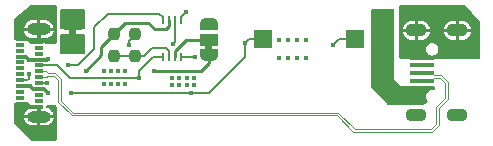
<source format=gbr>
%TF.GenerationSoftware,KiCad,Pcbnew,(6.0.0-rc1-461-ge5d6ec836f)*%
%TF.CreationDate,2022-01-23T00:53:45+08:00*%
%TF.ProjectId,usb_adapter,7573625f-6164-4617-9074-65722e6b6963,rev?*%
%TF.SameCoordinates,Original*%
%TF.FileFunction,Copper,L1,Top*%
%TF.FilePolarity,Positive*%
%FSLAX46Y46*%
G04 Gerber Fmt 4.6, Leading zero omitted, Abs format (unit mm)*
G04 Created by KiCad (PCBNEW (6.0.0-rc1-461-ge5d6ec836f)) date 2022-01-23 00:53:45*
%MOMM*%
%LPD*%
G01*
G04 APERTURE LIST*
G04 Aperture macros list*
%AMRoundRect*
0 Rectangle with rounded corners*
0 $1 Rounding radius*
0 $2 $3 $4 $5 $6 $7 $8 $9 X,Y pos of 4 corners*
0 Add a 4 corners polygon primitive as box body*
4,1,4,$2,$3,$4,$5,$6,$7,$8,$9,$2,$3,0*
0 Add four circle primitives for the rounded corners*
1,1,$1+$1,$2,$3*
1,1,$1+$1,$4,$5*
1,1,$1+$1,$6,$7*
1,1,$1+$1,$8,$9*
0 Add four rect primitives between the rounded corners*
20,1,$1+$1,$2,$3,$4,$5,0*
20,1,$1+$1,$4,$5,$6,$7,0*
20,1,$1+$1,$6,$7,$8,$9,0*
20,1,$1+$1,$8,$9,$2,$3,0*%
%AMFreePoly0*
4,1,22,0.550000,-0.750000,0.000000,-0.750000,0.000000,-0.745033,-0.079941,-0.743568,-0.215256,-0.701293,-0.333266,-0.622738,-0.424486,-0.514219,-0.481581,-0.384460,-0.499164,-0.250000,-0.500000,-0.250000,-0.500000,0.250000,-0.499164,0.250000,-0.499963,0.256109,-0.478152,0.396186,-0.417904,0.524511,-0.324060,0.630769,-0.204165,0.706417,-0.067858,0.745374,0.000000,0.744959,0.000000,0.750000,
0.550000,0.750000,0.550000,-0.750000,0.550000,-0.750000,$1*%
%AMFreePoly1*
4,1,20,0.000000,0.744959,0.073905,0.744508,0.209726,0.703889,0.328688,0.626782,0.421226,0.519385,0.479903,0.390333,0.500000,0.250000,0.500000,-0.250000,0.499851,-0.262216,0.476331,-0.402017,0.414519,-0.529596,0.319384,-0.634700,0.198574,-0.708877,0.061801,-0.746166,0.000000,-0.745033,0.000000,-0.750000,-0.550000,-0.750000,-0.550000,0.750000,0.000000,0.750000,0.000000,0.744959,
0.000000,0.744959,$1*%
%AMFreePoly2*
4,1,22,0.500000,-0.750000,0.000000,-0.750000,0.000000,-0.745033,-0.079941,-0.743568,-0.215256,-0.701293,-0.333266,-0.622738,-0.424486,-0.514219,-0.481581,-0.384460,-0.499164,-0.250000,-0.500000,-0.250000,-0.500000,0.250000,-0.499164,0.250000,-0.499963,0.256109,-0.478152,0.396186,-0.417904,0.524511,-0.324060,0.630769,-0.204165,0.706417,-0.067858,0.745374,0.000000,0.744959,0.000000,0.750000,
0.500000,0.750000,0.500000,-0.750000,0.500000,-0.750000,$1*%
%AMFreePoly3*
4,1,20,0.000000,0.744959,0.073905,0.744508,0.209726,0.703889,0.328688,0.626782,0.421226,0.519385,0.479903,0.390333,0.500000,0.250000,0.500000,-0.250000,0.499851,-0.262216,0.476331,-0.402017,0.414519,-0.529596,0.319384,-0.634700,0.198574,-0.708877,0.061801,-0.746166,0.000000,-0.745033,0.000000,-0.750000,-0.500000,-0.750000,-0.500000,0.750000,0.000000,0.750000,0.000000,0.744959,
0.000000,0.744959,$1*%
G04 Aperture macros list end*
%TA.AperFunction,SMDPad,CuDef*%
%ADD10R,1.500000X1.500000*%
%TD*%
%TA.AperFunction,SMDPad,CuDef*%
%ADD11FreePoly0,90.000000*%
%TD*%
%TA.AperFunction,SMDPad,CuDef*%
%ADD12R,1.500000X1.000000*%
%TD*%
%TA.AperFunction,SMDPad,CuDef*%
%ADD13FreePoly1,90.000000*%
%TD*%
%TA.AperFunction,SMDPad,CuDef*%
%ADD14RoundRect,0.237500X-0.237500X0.250000X-0.237500X-0.250000X0.237500X-0.250000X0.237500X0.250000X0*%
%TD*%
%TA.AperFunction,SMDPad,CuDef*%
%ADD15RoundRect,0.237500X0.237500X-0.250000X0.237500X0.250000X-0.237500X0.250000X-0.237500X-0.250000X0*%
%TD*%
%TA.AperFunction,SMDPad,CuDef*%
%ADD16R,0.800000X0.300000*%
%TD*%
%TA.AperFunction,ComponentPad*%
%ADD17O,2.000000X1.000000*%
%TD*%
%TA.AperFunction,SMDPad,CuDef*%
%ADD18R,0.250000X0.750000*%
%TD*%
%TA.AperFunction,SMDPad,CuDef*%
%ADD19FreePoly2,90.000000*%
%TD*%
%TA.AperFunction,SMDPad,CuDef*%
%ADD20FreePoly3,90.000000*%
%TD*%
%TA.AperFunction,SMDPad,CuDef*%
%ADD21R,2.150000X0.400000*%
%TD*%
%TA.AperFunction,ComponentPad*%
%ADD22O,1.800000X1.100000*%
%TD*%
%TA.AperFunction,ViaPad*%
%ADD23C,0.450000*%
%TD*%
%TA.AperFunction,Conductor*%
%ADD24C,0.146812*%
%TD*%
%TA.AperFunction,Conductor*%
%ADD25C,0.300000*%
%TD*%
%TA.AperFunction,Conductor*%
%ADD26C,0.250000*%
%TD*%
%TA.AperFunction,Conductor*%
%ADD27C,0.117348*%
%TD*%
G04 APERTURE END LIST*
%TO.C,JP3*%
G36*
X116100000Y-90600000D02*
G01*
X115500000Y-90600000D01*
X115500000Y-90100000D01*
X116100000Y-90100000D01*
X116100000Y-90600000D01*
G37*
%TO.C,JP1*%
G36*
X104550000Y-89275000D02*
G01*
X103950000Y-89275000D01*
X103950000Y-88775000D01*
X104550000Y-88775000D01*
X104550000Y-89275000D01*
G37*
%TD*%
D10*
%TO.P,SW1,1,1*%
%TO.N,/CC*%
X120350000Y-89600000D03*
%TO.P,SW1,2,2*%
%TO.N,GND*%
X128150000Y-89600000D03*
%TD*%
D11*
%TO.P,JP3,1,A*%
%TO.N,+3V3*%
X115800000Y-91000000D03*
D12*
%TO.P,JP3,2,C*%
%TO.N,Net-(JP3-Pad2)*%
X115800000Y-89700000D03*
D13*
%TO.P,JP3,3,B*%
%TO.N,/VBUS*%
X115800000Y-88400000D03*
%TD*%
D14*
%TO.P,R2,1*%
%TO.N,+1V8*%
X107742500Y-89237500D03*
%TO.P,R2,2*%
%TO.N,Net-(R1-Pad1)*%
X107742500Y-91062500D03*
%TD*%
D15*
%TO.P,R1,1*%
%TO.N,Net-(R1-Pad1)*%
X109550000Y-91062500D03*
%TO.P,R1,2*%
%TO.N,GND*%
X109550000Y-89237500D03*
%TD*%
D16*
%TO.P,P1,A1,GND*%
%TO.N,GND*%
X101395000Y-95370000D03*
%TO.P,P1,A2,TX1+*%
%TO.N,unconnected-(P1-PadA2)*%
X101395000Y-94870000D03*
%TO.P,P1,A3,TX1-*%
%TO.N,unconnected-(P1-PadA3)*%
X101395000Y-94370000D03*
%TO.P,P1,A4,VBUS*%
%TO.N,Net-(JP1-Pad1)*%
X101395000Y-93870000D03*
%TO.P,P1,A5,CC*%
%TO.N,/CC*%
X101395000Y-93370000D03*
%TO.P,P1,A6,D+*%
%TO.N,/DP*%
X101395000Y-92870000D03*
%TO.P,P1,A7,D-*%
%TO.N,/DN*%
X101395000Y-92370000D03*
%TO.P,P1,A8,SBU1*%
%TO.N,/TX_1V8*%
X101395000Y-91870000D03*
%TO.P,P1,A9,VBUS*%
%TO.N,Net-(JP1-Pad1)*%
X101395000Y-91370000D03*
%TO.P,P1,A10,RX2-*%
%TO.N,unconnected-(P1-PadA10)*%
X101395000Y-90870000D03*
%TO.P,P1,A11,RX2+*%
%TO.N,unconnected-(P1-PadA11)*%
X101395000Y-90370000D03*
%TO.P,P1,A12,GND*%
%TO.N,GND*%
X101395000Y-89870000D03*
%TO.P,P1,B1,GND*%
X99795000Y-89620000D03*
%TO.P,P1,B2,TX2+*%
%TO.N,unconnected-(P1-PadB2)*%
X99795000Y-90120000D03*
%TO.P,P1,B3,TX2-*%
%TO.N,unconnected-(P1-PadB3)*%
X99795000Y-90620000D03*
%TO.P,P1,B4,VBUS*%
%TO.N,Net-(JP1-Pad1)*%
X99795000Y-91120000D03*
%TO.P,P1,B5,VCONN*%
%TO.N,unconnected-(P1-PadB5)*%
X99795000Y-91620000D03*
%TO.P,P1,B6*%
%TO.N,N/C*%
X99795000Y-92120000D03*
%TO.P,P1,B7*%
X99795000Y-92620000D03*
%TO.P,P1,B8,SBU2*%
%TO.N,/RX_1V8*%
X99795000Y-93120000D03*
%TO.P,P1,B9,VBUS*%
%TO.N,Net-(JP1-Pad1)*%
X99795000Y-93620000D03*
%TO.P,P1,B10,RX1-*%
%TO.N,unconnected-(P1-PadB10)*%
X99795000Y-94120000D03*
%TO.P,P1,B11,RX1+*%
%TO.N,unconnected-(P1-PadB11)*%
X99795000Y-94620000D03*
%TO.P,P1,B12,GND*%
%TO.N,GND*%
X99795000Y-95120000D03*
D17*
%TO.P,P1,S1,SHIELD*%
X101395000Y-88800000D03*
X101395000Y-96200000D03*
%TD*%
D18*
%TO.P,U3,1,B2*%
%TO.N,/RX_3V3*%
X113407500Y-88050000D03*
%TO.P,U3,2,GND*%
%TO.N,GND*%
X112907500Y-88050000D03*
%TO.P,U3,3,VCCA*%
%TO.N,+1V8*%
X112407500Y-88050000D03*
%TO.P,U3,4,A2*%
%TO.N,/RX_1V8*%
X111907500Y-88050000D03*
%TO.P,U3,5,A1*%
%TO.N,/TX_1V8*%
X111907500Y-91150000D03*
%TO.P,U3,6,OE*%
%TO.N,Net-(R1-Pad1)*%
X112407500Y-91150000D03*
%TO.P,U3,7,VCCB*%
%TO.N,Net-(JP3-Pad2)*%
X112907500Y-91150000D03*
%TO.P,U3,8,B1*%
%TO.N,/TX_3V3*%
X113407500Y-91150000D03*
%TD*%
D19*
%TO.P,JP1,1,A*%
%TO.N,Net-(JP1-Pad1)*%
X104250000Y-89675000D03*
D20*
%TO.P,JP1,2,B*%
%TO.N,/VBUS*%
X104250000Y-88375000D03*
%TD*%
D21*
%TO.P,J2,1,VBUS*%
%TO.N,/VBUS*%
X133805000Y-93805000D03*
%TO.P,J2,2,D-*%
%TO.N,/DN*%
X133805000Y-93155000D03*
%TO.P,J2,3,D+*%
%TO.N,/DP*%
X133805000Y-92505000D03*
%TO.P,J2,4,ID*%
%TO.N,unconnected-(J2-Pad4)*%
X133805000Y-91855000D03*
%TO.P,J2,5,GND*%
%TO.N,GND*%
X133805000Y-91205000D03*
D22*
%TO.P,J2,6,Shield*%
X136840000Y-88905000D03*
X133370000Y-88905000D03*
X136840000Y-96105000D03*
X133370000Y-96105000D03*
%TD*%
D23*
%TO.N,/VBUS*%
X116300000Y-88600000D03*
X129850000Y-88100000D03*
X103500000Y-87500000D03*
X115300000Y-88600000D03*
X131100000Y-88700000D03*
X130450000Y-88700000D03*
X131100000Y-87450000D03*
X129850000Y-88700000D03*
X104250000Y-88500000D03*
X104750000Y-88500000D03*
X129850000Y-87450000D03*
X115800000Y-88600000D03*
X103750000Y-88500000D03*
X131100000Y-88100000D03*
X105000000Y-87500000D03*
X130450000Y-87450000D03*
X130450000Y-88100000D03*
X104000000Y-87500000D03*
X104500000Y-87500000D03*
%TO.N,GND*%
X132950000Y-87500000D03*
X133550000Y-87500000D03*
X109000000Y-90112500D03*
X107500000Y-93400000D03*
X121750000Y-89750000D03*
X114500000Y-93500000D03*
X132350000Y-87500000D03*
X113900000Y-93500000D03*
X112750000Y-90050000D03*
X138100000Y-90100000D03*
X126300000Y-90100000D03*
X113300000Y-92900000D03*
X108100000Y-92300000D03*
X123250000Y-91250000D03*
X106900000Y-93400000D03*
X135800000Y-90100000D03*
X113900000Y-92900000D03*
X108700000Y-92300000D03*
X108100000Y-93400000D03*
X122500000Y-89750000D03*
X114500000Y-92900000D03*
X108700000Y-93400000D03*
X137350000Y-90900000D03*
X123250000Y-89750000D03*
X136550000Y-90100000D03*
X106900000Y-92300000D03*
X135800000Y-90900000D03*
X113300000Y-93500000D03*
X133550000Y-90300000D03*
X124000000Y-89750000D03*
X112700000Y-92900000D03*
X132350000Y-90300000D03*
X121750000Y-91250000D03*
X122500000Y-91250000D03*
X132950000Y-90300000D03*
X138100000Y-90900000D03*
X137350000Y-90100000D03*
X136550000Y-90900000D03*
X112700000Y-93500000D03*
X124000000Y-91250000D03*
X107500000Y-92300000D03*
%TO.N,+1V8*%
X105400000Y-92350000D03*
%TO.N,+3V3*%
X111137500Y-92350000D03*
%TO.N,/TX_1V8*%
X109900000Y-92900000D03*
%TO.N,/RX_1V8*%
X100550000Y-92630000D03*
X103900000Y-91850000D03*
%TO.N,/TX_3V3*%
X114620000Y-91150000D03*
%TO.N,/RX_3V3*%
X113880000Y-87340000D03*
%TO.N,/CC*%
X104100000Y-94200000D03*
X114300000Y-94200000D03*
X102090000Y-93370000D03*
X118825000Y-89960000D03*
%TO.N,Net-(JP1-Pad1)*%
X102200000Y-94200000D03*
X104000000Y-90575000D03*
X102200000Y-91300000D03*
X104000000Y-89550000D03*
X100570000Y-91370000D03*
X103475000Y-89550000D03*
X103475000Y-90075000D03*
X104000000Y-90075000D03*
X103475000Y-90575000D03*
X100620000Y-93620000D03*
%TD*%
D24*
%TO.N,Net-(R1-Pad1)*%
X109550000Y-91062500D02*
X110297500Y-91062500D01*
X110297500Y-91062500D02*
X110960000Y-90400000D01*
X110960000Y-90400000D02*
X112130000Y-90400000D01*
X112130000Y-90400000D02*
X112407500Y-90677500D01*
X112407500Y-90677500D02*
X112407500Y-91150000D01*
D25*
%TO.N,GND*%
X99795000Y-95120000D02*
X100420000Y-95120000D01*
X101395000Y-89870000D02*
X101395000Y-88800000D01*
X101395000Y-95370000D02*
X101395000Y-96200000D01*
X100770000Y-89870000D02*
X100520000Y-89620000D01*
X100420000Y-95120000D02*
X100670000Y-95370000D01*
D24*
X112907500Y-89892500D02*
X112907500Y-88050000D01*
D25*
X100520000Y-89620000D02*
X99795000Y-89620000D01*
D24*
X126800000Y-89600000D02*
X126300000Y-90100000D01*
X128150000Y-89600000D02*
X126800000Y-89600000D01*
X109000000Y-89787500D02*
X109000000Y-90112500D01*
D25*
X101395000Y-89870000D02*
X100770000Y-89870000D01*
X100670000Y-95370000D02*
X101395000Y-95370000D01*
D24*
X112750000Y-90050000D02*
X112907500Y-89892500D01*
X109550000Y-89237500D02*
X109000000Y-89787500D01*
D26*
%TO.N,+1V8*%
X105400000Y-92350000D02*
X105400000Y-92300000D01*
X106700000Y-90280000D02*
X107742500Y-89237500D01*
X107742500Y-89207500D02*
X108700000Y-88250000D01*
X105400000Y-92300000D02*
X106700000Y-91000000D01*
X106700000Y-91000000D02*
X106700000Y-90280000D01*
X108700000Y-88250000D02*
X110650000Y-88250000D01*
X112407500Y-88542500D02*
X112407500Y-88050000D01*
X112150000Y-88800000D02*
X112407500Y-88542500D01*
X111200000Y-88800000D02*
X112150000Y-88800000D01*
X110650000Y-88250000D02*
X111200000Y-88800000D01*
%TO.N,+3V3*%
X115800000Y-91700000D02*
X115150000Y-92350000D01*
X115150000Y-92350000D02*
X111137500Y-92350000D01*
X115800000Y-91000000D02*
X115800000Y-91700000D01*
D27*
%TO.N,/DP*%
X136009474Y-94745346D02*
X135259474Y-95495346D01*
X134895526Y-92720526D02*
X135475346Y-92720526D01*
X135259474Y-96945346D02*
X134695346Y-97509474D01*
X135475346Y-92720526D02*
X136009474Y-93254654D01*
X128034654Y-97509474D02*
X126604654Y-96079474D01*
X101995001Y-92870000D02*
X101395000Y-92870000D01*
X102135527Y-92729474D02*
X101995001Y-92870000D01*
X136009474Y-93254654D02*
X136009474Y-94745346D01*
X135259474Y-95495346D02*
X135259474Y-96945346D01*
X103060526Y-94935346D02*
X103060526Y-93125346D01*
X104204654Y-96079474D02*
X103060526Y-94935346D01*
X134680000Y-92505000D02*
X134895526Y-92720526D01*
X126604654Y-96079474D02*
X104204654Y-96079474D01*
X134695346Y-97509474D02*
X128034654Y-97509474D01*
X103060526Y-93125346D02*
X102664654Y-92729474D01*
X102664654Y-92729474D02*
X102135527Y-92729474D01*
%TO.N,/DN*%
X135790526Y-94654654D02*
X135040526Y-95404654D01*
X134680000Y-93155000D02*
X134895526Y-92939474D01*
X135040526Y-96854654D02*
X134604654Y-97290526D01*
X135040526Y-95404654D02*
X135040526Y-96854654D01*
X135790526Y-93345346D02*
X135790526Y-94654654D01*
X134895526Y-92939474D02*
X135384654Y-92939474D01*
X102755346Y-92510526D02*
X102135527Y-92510526D01*
X126695346Y-95860526D02*
X104295346Y-95860526D01*
X128125346Y-97290526D02*
X126695346Y-95860526D01*
X134604654Y-97290526D02*
X128125346Y-97290526D01*
X135384654Y-92939474D02*
X135790526Y-93345346D01*
X102135527Y-92510526D02*
X101995001Y-92370000D01*
X101995001Y-92370000D02*
X101395000Y-92370000D01*
X103279474Y-93034654D02*
X102755346Y-92510526D01*
X104295346Y-95860526D02*
X103279474Y-94844654D01*
X103279474Y-94844654D02*
X103279474Y-93034654D01*
D24*
%TO.N,/TX_1V8*%
X102970000Y-91870000D02*
X101395000Y-91870000D01*
X111050000Y-91150000D02*
X111907500Y-91150000D01*
X109900000Y-92900000D02*
X109900000Y-92300000D01*
X109900000Y-92300000D02*
X111050000Y-91150000D01*
X109900000Y-92900000D02*
X104000000Y-92900000D01*
X104000000Y-92900000D02*
X102970000Y-91870000D01*
%TO.N,/RX_1V8*%
X100550000Y-92630000D02*
X100550000Y-92990000D01*
X111600000Y-87500000D02*
X111907500Y-87807500D01*
X107250000Y-87500000D02*
X111600000Y-87500000D01*
X100420000Y-93120000D02*
X99795000Y-93120000D01*
X106100000Y-88650000D02*
X107250000Y-87500000D01*
X100550000Y-92990000D02*
X100420000Y-93120000D01*
X103900000Y-91850000D02*
X104700000Y-91850000D01*
X104700000Y-91850000D02*
X106100000Y-90450000D01*
X106100000Y-90450000D02*
X106100000Y-88650000D01*
%TO.N,/TX_3V3*%
X114620000Y-91150000D02*
X113407500Y-91150000D01*
%TO.N,/RX_3V3*%
X113870000Y-87340000D02*
X113407500Y-87802500D01*
X113880000Y-87340000D02*
X113870000Y-87340000D01*
D26*
%TO.N,Net-(JP3-Pad2)*%
X115857500Y-89700000D02*
X113850000Y-89700000D01*
X112907500Y-90642500D02*
X112907500Y-91150000D01*
X113850000Y-89700000D02*
X112907500Y-90642500D01*
D24*
%TO.N,Net-(R1-Pad1)*%
X107742500Y-91062500D02*
X109550000Y-91062500D01*
%TO.N,/CC*%
X119185000Y-89600000D02*
X118825000Y-89960000D01*
X104100000Y-94200000D02*
X114300000Y-94200000D01*
X102090000Y-93370000D02*
X101395000Y-93370000D01*
X120350000Y-89600000D02*
X119185000Y-89600000D01*
X118825000Y-91195000D02*
X118825000Y-89960000D01*
X114300000Y-94200000D02*
X115820000Y-94200000D01*
X115820000Y-94200000D02*
X118825000Y-91195000D01*
D25*
%TO.N,Net-(JP1-Pad1)*%
X102130000Y-91370000D02*
X102200000Y-91300000D01*
X100870000Y-93870000D02*
X101395000Y-93870000D01*
X100620000Y-93620000D02*
X100870000Y-93870000D01*
X100570000Y-91370000D02*
X101395000Y-91370000D01*
X102200000Y-94200000D02*
X101870000Y-93870000D01*
X99795000Y-93620000D02*
X100620000Y-93620000D01*
X101395000Y-91370000D02*
X102130000Y-91370000D01*
X100320000Y-91120000D02*
X100570000Y-91370000D01*
X99795000Y-91120000D02*
X100320000Y-91120000D01*
X101870000Y-93870000D02*
X101395000Y-93870000D01*
%TD*%
%TA.AperFunction,Conductor*%
%TO.N,GND*%
G36*
X102842132Y-86774002D02*
G01*
X102888625Y-86827658D01*
X102900011Y-86879989D01*
X102900273Y-89898986D01*
X102880277Y-89967109D01*
X102826625Y-90013606D01*
X102774273Y-90024997D01*
X101999469Y-90024998D01*
X101929468Y-90003763D01*
X101904623Y-89987162D01*
X101904619Y-89987160D01*
X101894301Y-89980266D01*
X101820067Y-89965500D01*
X101395069Y-89965500D01*
X100969934Y-89965501D01*
X100895699Y-89980266D01*
X100885379Y-89987161D01*
X100885378Y-89987162D01*
X100860531Y-90003764D01*
X100790528Y-90025000D01*
X100752190Y-90025000D01*
X100684069Y-90004998D01*
X100663095Y-89988095D01*
X100450000Y-89775000D01*
X100399472Y-89775000D01*
X100329469Y-89753764D01*
X100304621Y-89737161D01*
X100304618Y-89737160D01*
X100294301Y-89730266D01*
X100282132Y-89727845D01*
X100282131Y-89727845D01*
X100226135Y-89716707D01*
X100220067Y-89715500D01*
X99896448Y-89715500D01*
X99380000Y-89715501D01*
X99311879Y-89695499D01*
X99265386Y-89641843D01*
X99254000Y-89589501D01*
X99254000Y-88945722D01*
X100154963Y-88945722D01*
X100165513Y-89007119D01*
X100169619Y-89021070D01*
X100232729Y-89169387D01*
X100239929Y-89182012D01*
X100335467Y-89311833D01*
X100345381Y-89322464D01*
X100468225Y-89426828D01*
X100480313Y-89434890D01*
X100623871Y-89508195D01*
X100637496Y-89513262D01*
X100795716Y-89551977D01*
X100806775Y-89553660D01*
X100810321Y-89553880D01*
X100814199Y-89554000D01*
X101249885Y-89554000D01*
X101265124Y-89549525D01*
X101266329Y-89548135D01*
X101268000Y-89540452D01*
X101268000Y-89535885D01*
X101522000Y-89535885D01*
X101526475Y-89551124D01*
X101527865Y-89552329D01*
X101535548Y-89554000D01*
X101935363Y-89554000D01*
X101942667Y-89553575D01*
X102062366Y-89539620D01*
X102076519Y-89536275D01*
X102228030Y-89481279D01*
X102241029Y-89474769D01*
X102375826Y-89386392D01*
X102386978Y-89377068D01*
X102497828Y-89260053D01*
X102506540Y-89248408D01*
X102587494Y-89109035D01*
X102593292Y-89095700D01*
X102640014Y-88941433D01*
X102640292Y-88939887D01*
X102637982Y-88929730D01*
X102627073Y-88927000D01*
X101540115Y-88927000D01*
X101524876Y-88931475D01*
X101523671Y-88932865D01*
X101522000Y-88940548D01*
X101522000Y-89535885D01*
X101268000Y-89535885D01*
X101268000Y-88945115D01*
X101263525Y-88929876D01*
X101262135Y-88928671D01*
X101254452Y-88927000D01*
X100169861Y-88927000D01*
X100156899Y-88930806D01*
X100154963Y-88945722D01*
X99254000Y-88945722D01*
X99254000Y-88660113D01*
X100149708Y-88660113D01*
X100152018Y-88670270D01*
X100162927Y-88673000D01*
X101249885Y-88673000D01*
X101265124Y-88668525D01*
X101266329Y-88667135D01*
X101268000Y-88659452D01*
X101268000Y-88654885D01*
X101522000Y-88654885D01*
X101526475Y-88670124D01*
X101527865Y-88671329D01*
X101535548Y-88673000D01*
X102620139Y-88673000D01*
X102633101Y-88669194D01*
X102635037Y-88654278D01*
X102624487Y-88592881D01*
X102620381Y-88578930D01*
X102557271Y-88430613D01*
X102550071Y-88417988D01*
X102454533Y-88288167D01*
X102444619Y-88277536D01*
X102321775Y-88173172D01*
X102309687Y-88165110D01*
X102166129Y-88091805D01*
X102152504Y-88086738D01*
X101994284Y-88048023D01*
X101983225Y-88046340D01*
X101979679Y-88046120D01*
X101975801Y-88046000D01*
X101540115Y-88046000D01*
X101524876Y-88050475D01*
X101523671Y-88051865D01*
X101522000Y-88059548D01*
X101522000Y-88654885D01*
X101268000Y-88654885D01*
X101268000Y-88064115D01*
X101263525Y-88048876D01*
X101262135Y-88047671D01*
X101254452Y-88046000D01*
X100854637Y-88046000D01*
X100847333Y-88046425D01*
X100727634Y-88060380D01*
X100713481Y-88063725D01*
X100561970Y-88118721D01*
X100548971Y-88125231D01*
X100414174Y-88213608D01*
X100403022Y-88222932D01*
X100292172Y-88339947D01*
X100283460Y-88351592D01*
X100202506Y-88490965D01*
X100196708Y-88504300D01*
X100149986Y-88658567D01*
X100149708Y-88660113D01*
X99254000Y-88660113D01*
X99254000Y-88055682D01*
X99274002Y-87987561D01*
X99299337Y-87958886D01*
X100710155Y-86783204D01*
X100775292Y-86754960D01*
X100790818Y-86754000D01*
X102774011Y-86754000D01*
X102842132Y-86774002D01*
G37*
%TD.AperFunction*%
%TD*%
%TA.AperFunction,Conductor*%
%TO.N,Net-(JP1-Pad1)*%
G36*
X105242121Y-89220002D02*
G01*
X105288614Y-89273658D01*
X105300000Y-89326000D01*
X105300000Y-90734081D01*
X105279998Y-90802202D01*
X105263095Y-90823176D01*
X105223176Y-90863095D01*
X105160864Y-90897121D01*
X105134081Y-90900000D01*
X103326000Y-90900000D01*
X103257879Y-90879998D01*
X103211386Y-90826342D01*
X103200000Y-90774000D01*
X103200000Y-89326000D01*
X103220002Y-89257879D01*
X103273658Y-89211386D01*
X103326000Y-89200000D01*
X105174000Y-89200000D01*
X105242121Y-89220002D01*
G37*
%TD.AperFunction*%
%TD*%
%TA.AperFunction,Conductor*%
%TO.N,/VBUS*%
G36*
X105242121Y-87120002D02*
G01*
X105288614Y-87173658D01*
X105300000Y-87226000D01*
X105300000Y-88674000D01*
X105279998Y-88742121D01*
X105226342Y-88788614D01*
X105174000Y-88800000D01*
X103326000Y-88800000D01*
X103257879Y-88779998D01*
X103211386Y-88726342D01*
X103200000Y-88674000D01*
X103200000Y-87226000D01*
X103220002Y-87157879D01*
X103273658Y-87111386D01*
X103326000Y-87100000D01*
X105174000Y-87100000D01*
X105242121Y-87120002D01*
G37*
%TD.AperFunction*%
%TD*%
%TA.AperFunction,Conductor*%
%TO.N,GND*%
G36*
X100490972Y-94995002D02*
G01*
X100511895Y-95011853D01*
X100523346Y-95023291D01*
X100725287Y-95225000D01*
X100735948Y-95225000D01*
X100745645Y-95230288D01*
X100795875Y-95280462D01*
X100811006Y-95349827D01*
X100786233Y-95416362D01*
X100729422Y-95458941D01*
X100714300Y-95463532D01*
X100713482Y-95463725D01*
X100561970Y-95518721D01*
X100548971Y-95525231D01*
X100414174Y-95613608D01*
X100403022Y-95622932D01*
X100292172Y-95739947D01*
X100283460Y-95751592D01*
X100202506Y-95890965D01*
X100196708Y-95904300D01*
X100149986Y-96058567D01*
X100149708Y-96060113D01*
X100152018Y-96070270D01*
X100162927Y-96073000D01*
X102620139Y-96073000D01*
X102633101Y-96069194D01*
X102635037Y-96054278D01*
X102624487Y-95992881D01*
X102620381Y-95978930D01*
X102557271Y-95830613D01*
X102550071Y-95817988D01*
X102454533Y-95688167D01*
X102444619Y-95677536D01*
X102321775Y-95573172D01*
X102309687Y-95565110D01*
X102166129Y-95491805D01*
X102152504Y-95486738D01*
X102097949Y-95473389D01*
X102036534Y-95437769D01*
X102004127Y-95374600D01*
X102011016Y-95303939D01*
X102055013Y-95248219D01*
X102127897Y-95225000D01*
X102774000Y-95225000D01*
X102842121Y-95245002D01*
X102888614Y-95298658D01*
X102900000Y-95351000D01*
X102900000Y-98120000D01*
X102879998Y-98188121D01*
X102826342Y-98234614D01*
X102774000Y-98246000D01*
X100798190Y-98246000D01*
X100730069Y-98225998D01*
X100709095Y-98209095D01*
X99290905Y-96790905D01*
X99256879Y-96728593D01*
X99254000Y-96701810D01*
X99254000Y-96345722D01*
X100154963Y-96345722D01*
X100165513Y-96407119D01*
X100169619Y-96421070D01*
X100232729Y-96569387D01*
X100239929Y-96582012D01*
X100335467Y-96711833D01*
X100345381Y-96722464D01*
X100468225Y-96826828D01*
X100480313Y-96834890D01*
X100623871Y-96908195D01*
X100637496Y-96913262D01*
X100795716Y-96951977D01*
X100806775Y-96953660D01*
X100810321Y-96953880D01*
X100814199Y-96954000D01*
X101249885Y-96954000D01*
X101265124Y-96949525D01*
X101266329Y-96948135D01*
X101268000Y-96940452D01*
X101268000Y-96935885D01*
X101522000Y-96935885D01*
X101526475Y-96951124D01*
X101527865Y-96952329D01*
X101535548Y-96954000D01*
X101935363Y-96954000D01*
X101942667Y-96953575D01*
X102062366Y-96939620D01*
X102076519Y-96936275D01*
X102228030Y-96881279D01*
X102241029Y-96874769D01*
X102375826Y-96786392D01*
X102386978Y-96777068D01*
X102497828Y-96660053D01*
X102506540Y-96648408D01*
X102587494Y-96509035D01*
X102593292Y-96495700D01*
X102640014Y-96341433D01*
X102640292Y-96339887D01*
X102637982Y-96329730D01*
X102627073Y-96327000D01*
X101540115Y-96327000D01*
X101524876Y-96331475D01*
X101523671Y-96332865D01*
X101522000Y-96340548D01*
X101522000Y-96935885D01*
X101268000Y-96935885D01*
X101268000Y-96345115D01*
X101263525Y-96329876D01*
X101262135Y-96328671D01*
X101254452Y-96327000D01*
X100169861Y-96327000D01*
X100156899Y-96330806D01*
X100154963Y-96345722D01*
X99254000Y-96345722D01*
X99254000Y-95150500D01*
X99274002Y-95082379D01*
X99327658Y-95035886D01*
X99380000Y-95024500D01*
X99896403Y-95024499D01*
X100220066Y-95024499D01*
X100255818Y-95017388D01*
X100282126Y-95012156D01*
X100282128Y-95012155D01*
X100294301Y-95009734D01*
X100314504Y-94996235D01*
X100384505Y-94975000D01*
X100422851Y-94975000D01*
X100490972Y-94995002D01*
G37*
%TD.AperFunction*%
%TD*%
%TA.AperFunction,Conductor*%
%TO.N,GND*%
G36*
X137440605Y-86774002D02*
G01*
X137466139Y-86795710D01*
X138713655Y-88181839D01*
X138744358Y-88245854D01*
X138746000Y-88266129D01*
X138746000Y-91199850D01*
X138725998Y-91267971D01*
X138672342Y-91314464D01*
X138619892Y-91325850D01*
X133205381Y-91321115D01*
X132055890Y-91320110D01*
X131987787Y-91300048D01*
X131941341Y-91246352D01*
X131930000Y-91194110D01*
X131930000Y-90505000D01*
X134155931Y-90505000D01*
X134174129Y-90643227D01*
X134227483Y-90772034D01*
X134312356Y-90882644D01*
X134422965Y-90967517D01*
X134551773Y-91020871D01*
X134690000Y-91039069D01*
X134698188Y-91037991D01*
X134820039Y-91021949D01*
X134828227Y-91020871D01*
X134957035Y-90967517D01*
X135067644Y-90882644D01*
X135152517Y-90772034D01*
X135205871Y-90643227D01*
X135224069Y-90505000D01*
X135205871Y-90366773D01*
X135152517Y-90237966D01*
X135067644Y-90127356D01*
X134957035Y-90042483D01*
X134828227Y-89989129D01*
X134690000Y-89970931D01*
X134551773Y-89989129D01*
X134422966Y-90042483D01*
X134312356Y-90127356D01*
X134227483Y-90237966D01*
X134174129Y-90366773D01*
X134155931Y-90505000D01*
X131930000Y-90505000D01*
X131930000Y-89048798D01*
X132226640Y-89048798D01*
X132229051Y-89071735D01*
X132232056Y-89085406D01*
X132285646Y-89242825D01*
X132291607Y-89255491D01*
X132378740Y-89397124D01*
X132387360Y-89408158D01*
X132503701Y-89526961D01*
X132514560Y-89535818D01*
X132654324Y-89625889D01*
X132666877Y-89632121D01*
X132823127Y-89688991D01*
X132836742Y-89692284D01*
X132965130Y-89708503D01*
X132973020Y-89709000D01*
X133224885Y-89709000D01*
X133240124Y-89704525D01*
X133241329Y-89703135D01*
X133243000Y-89695452D01*
X133243000Y-89690885D01*
X133497000Y-89690885D01*
X133501475Y-89706124D01*
X133502865Y-89707329D01*
X133510548Y-89709000D01*
X133761828Y-89709000D01*
X133768852Y-89708607D01*
X133892253Y-89694766D01*
X133905906Y-89691664D01*
X134062938Y-89636979D01*
X134075571Y-89630926D01*
X134216589Y-89542809D01*
X134227561Y-89534112D01*
X134345555Y-89416940D01*
X134354327Y-89406029D01*
X134443425Y-89265634D01*
X134449568Y-89253038D01*
X134505348Y-89096391D01*
X134508544Y-89082765D01*
X134512452Y-89049989D01*
X134512251Y-89048798D01*
X135696640Y-89048798D01*
X135699051Y-89071735D01*
X135702056Y-89085406D01*
X135755646Y-89242825D01*
X135761607Y-89255491D01*
X135848740Y-89397124D01*
X135857360Y-89408158D01*
X135973701Y-89526961D01*
X135984560Y-89535818D01*
X136124324Y-89625889D01*
X136136877Y-89632121D01*
X136293127Y-89688991D01*
X136306742Y-89692284D01*
X136435130Y-89708503D01*
X136443020Y-89709000D01*
X136694885Y-89709000D01*
X136710124Y-89704525D01*
X136711329Y-89703135D01*
X136713000Y-89695452D01*
X136713000Y-89690885D01*
X136967000Y-89690885D01*
X136971475Y-89706124D01*
X136972865Y-89707329D01*
X136980548Y-89709000D01*
X137231828Y-89709000D01*
X137238852Y-89708607D01*
X137362253Y-89694766D01*
X137375906Y-89691664D01*
X137532938Y-89636979D01*
X137545571Y-89630926D01*
X137686589Y-89542809D01*
X137697561Y-89534112D01*
X137815555Y-89416940D01*
X137824327Y-89406029D01*
X137913425Y-89265634D01*
X137919568Y-89253038D01*
X137975348Y-89096391D01*
X137978544Y-89082765D01*
X137982452Y-89049989D01*
X137980025Y-89035582D01*
X137967257Y-89032000D01*
X136985115Y-89032000D01*
X136969876Y-89036475D01*
X136968671Y-89037865D01*
X136967000Y-89045548D01*
X136967000Y-89690885D01*
X136713000Y-89690885D01*
X136713000Y-89050115D01*
X136708525Y-89034876D01*
X136707135Y-89033671D01*
X136699452Y-89032000D01*
X135712990Y-89032000D01*
X135698698Y-89036197D01*
X135696640Y-89048798D01*
X134512251Y-89048798D01*
X134510025Y-89035582D01*
X134497257Y-89032000D01*
X133515115Y-89032000D01*
X133499876Y-89036475D01*
X133498671Y-89037865D01*
X133497000Y-89045548D01*
X133497000Y-89690885D01*
X133243000Y-89690885D01*
X133243000Y-89050115D01*
X133238525Y-89034876D01*
X133237135Y-89033671D01*
X133229452Y-89032000D01*
X132242990Y-89032000D01*
X132228698Y-89036197D01*
X132226640Y-89048798D01*
X131930000Y-89048798D01*
X131930000Y-88760011D01*
X132227548Y-88760011D01*
X132229975Y-88774418D01*
X132242743Y-88778000D01*
X133224885Y-88778000D01*
X133240124Y-88773525D01*
X133241329Y-88772135D01*
X133243000Y-88764452D01*
X133243000Y-88759885D01*
X133497000Y-88759885D01*
X133501475Y-88775124D01*
X133502865Y-88776329D01*
X133510548Y-88778000D01*
X134497010Y-88778000D01*
X134511302Y-88773803D01*
X134513360Y-88761202D01*
X134513235Y-88760011D01*
X135697548Y-88760011D01*
X135699975Y-88774418D01*
X135712743Y-88778000D01*
X136694885Y-88778000D01*
X136710124Y-88773525D01*
X136711329Y-88772135D01*
X136713000Y-88764452D01*
X136713000Y-88759885D01*
X136967000Y-88759885D01*
X136971475Y-88775124D01*
X136972865Y-88776329D01*
X136980548Y-88778000D01*
X137967010Y-88778000D01*
X137981302Y-88773803D01*
X137983360Y-88761202D01*
X137980949Y-88738265D01*
X137977944Y-88724594D01*
X137924354Y-88567175D01*
X137918393Y-88554509D01*
X137831260Y-88412876D01*
X137822640Y-88401842D01*
X137706299Y-88283039D01*
X137695440Y-88274182D01*
X137555676Y-88184111D01*
X137543123Y-88177879D01*
X137386873Y-88121009D01*
X137373258Y-88117716D01*
X137244870Y-88101497D01*
X137236980Y-88101000D01*
X136985115Y-88101000D01*
X136969876Y-88105475D01*
X136968671Y-88106865D01*
X136967000Y-88114548D01*
X136967000Y-88759885D01*
X136713000Y-88759885D01*
X136713000Y-88119115D01*
X136708525Y-88103876D01*
X136707135Y-88102671D01*
X136699452Y-88101000D01*
X136448172Y-88101000D01*
X136441148Y-88101393D01*
X136317747Y-88115234D01*
X136304094Y-88118336D01*
X136147062Y-88173021D01*
X136134429Y-88179074D01*
X135993411Y-88267191D01*
X135982439Y-88275888D01*
X135864445Y-88393060D01*
X135855673Y-88403971D01*
X135766575Y-88544366D01*
X135760432Y-88556962D01*
X135704652Y-88713609D01*
X135701456Y-88727235D01*
X135697548Y-88760011D01*
X134513235Y-88760011D01*
X134510949Y-88738265D01*
X134507944Y-88724594D01*
X134454354Y-88567175D01*
X134448393Y-88554509D01*
X134361260Y-88412876D01*
X134352640Y-88401842D01*
X134236299Y-88283039D01*
X134225440Y-88274182D01*
X134085676Y-88184111D01*
X134073123Y-88177879D01*
X133916873Y-88121009D01*
X133903258Y-88117716D01*
X133774870Y-88101497D01*
X133766980Y-88101000D01*
X133515115Y-88101000D01*
X133499876Y-88105475D01*
X133498671Y-88106865D01*
X133497000Y-88114548D01*
X133497000Y-88759885D01*
X133243000Y-88759885D01*
X133243000Y-88119115D01*
X133238525Y-88103876D01*
X133237135Y-88102671D01*
X133229452Y-88101000D01*
X132978172Y-88101000D01*
X132971148Y-88101393D01*
X132847747Y-88115234D01*
X132834094Y-88118336D01*
X132677062Y-88173021D01*
X132664429Y-88179074D01*
X132523411Y-88267191D01*
X132512439Y-88275888D01*
X132394445Y-88393060D01*
X132385673Y-88403971D01*
X132296575Y-88544366D01*
X132290432Y-88556962D01*
X132234652Y-88713609D01*
X132231456Y-88727235D01*
X132227548Y-88760011D01*
X131930000Y-88760011D01*
X131930000Y-86880000D01*
X131950002Y-86811879D01*
X132003658Y-86765386D01*
X132056000Y-86754000D01*
X137372484Y-86754000D01*
X137440605Y-86774002D01*
G37*
%TD.AperFunction*%
%TD*%
%TA.AperFunction,Conductor*%
%TO.N,/VBUS*%
G36*
X131442121Y-87120002D02*
G01*
X131488614Y-87173658D01*
X131500000Y-87226000D01*
X131500000Y-93000000D01*
X132050000Y-93600000D01*
X132644763Y-93600000D01*
X132669345Y-93602421D01*
X132704933Y-93609500D01*
X132804109Y-93609500D01*
X134774000Y-93609499D01*
X134842121Y-93629501D01*
X134888614Y-93683157D01*
X134900000Y-93735499D01*
X134900000Y-93854903D01*
X134879998Y-93923024D01*
X134826342Y-93969517D01*
X134757555Y-93979825D01*
X134690000Y-93970931D01*
X134551773Y-93989129D01*
X134422966Y-94042483D01*
X134312356Y-94127356D01*
X134227483Y-94237966D01*
X134174129Y-94366773D01*
X134155931Y-94505000D01*
X134174129Y-94643227D01*
X134227483Y-94772034D01*
X134232512Y-94778588D01*
X134281070Y-94841871D01*
X134306670Y-94908091D01*
X134292405Y-94977640D01*
X134237456Y-95031272D01*
X133926604Y-95186698D01*
X133870255Y-95200000D01*
X131003447Y-95200000D01*
X130935326Y-95179998D01*
X130912854Y-95161573D01*
X129535407Y-93736628D01*
X129502443Y-93673748D01*
X129500000Y-93649055D01*
X129500000Y-87226000D01*
X129520002Y-87157879D01*
X129573658Y-87111386D01*
X129626000Y-87100000D01*
X131374000Y-87100000D01*
X131442121Y-87120002D01*
G37*
%TD.AperFunction*%
%TD*%
M02*

</source>
